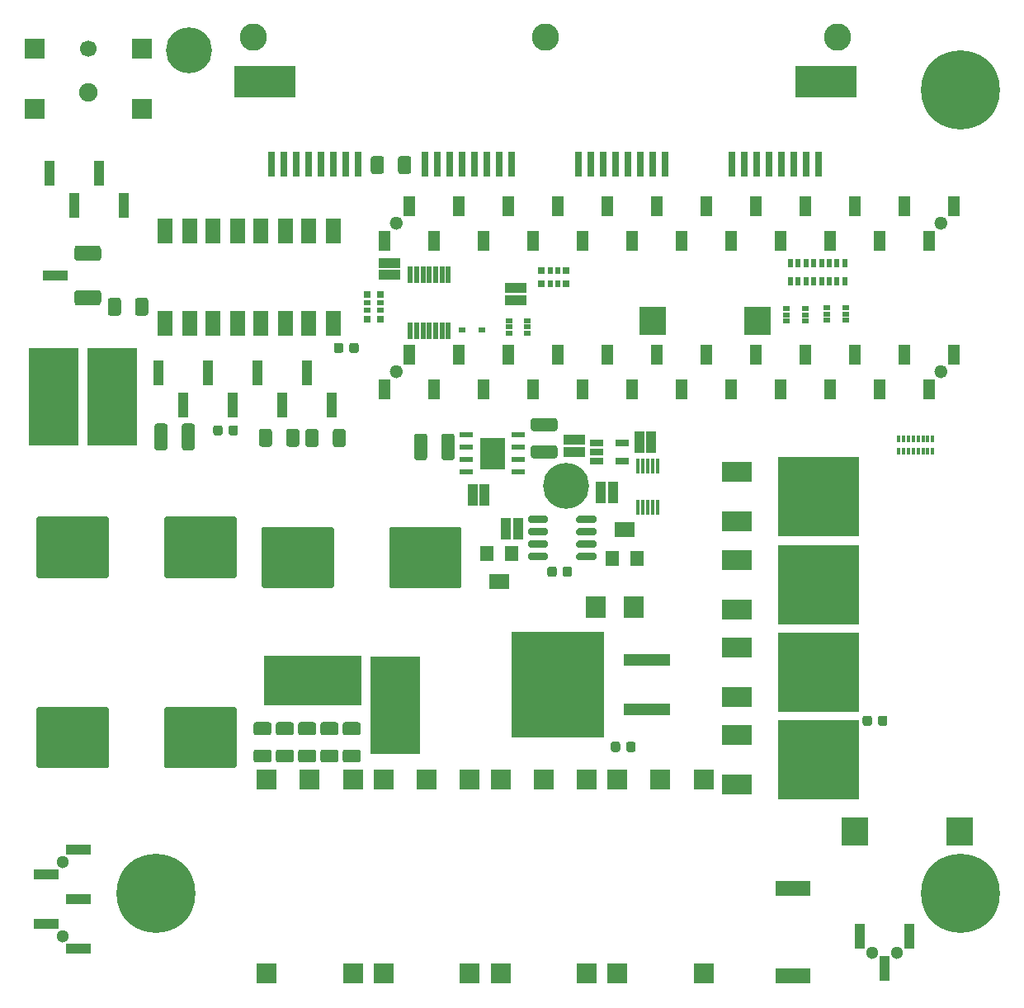
<source format=gts>
G04 #@! TF.GenerationSoftware,KiCad,Pcbnew,(5.1.6)-1*
G04 #@! TF.CreationDate,2020-11-04T19:04:27-08:00*
G04 #@! TF.ProjectId,Four Channel MHz LED Driver,466f7572-2043-4686-916e-6e656c204d48,rev?*
G04 #@! TF.SameCoordinates,Original*
G04 #@! TF.FileFunction,Soldermask,Top*
G04 #@! TF.FilePolarity,Negative*
%FSLAX46Y46*%
G04 Gerber Fmt 4.6, Leading zero omitted, Abs format (unit mm)*
G04 Created by KiCad (PCBNEW (5.1.6)-1) date 2020-11-04 19:04:27*
%MOMM*%
%LPD*%
G01*
G04 APERTURE LIST*
%ADD10C,0.010000*%
%ADD11C,0.100000*%
%ADD12R,0.800000X0.740000*%
%ADD13R,0.800000X0.600000*%
%ADD14R,0.740000X0.800000*%
%ADD15R,0.600000X0.800000*%
%ADD16R,2.100000X2.100000*%
%ADD17C,1.900000*%
%ADD18C,1.700000*%
%ADD19C,4.720000*%
%ADD20R,0.550000X0.900000*%
%ADD21C,8.100000*%
%ADD22R,1.100000X2.610000*%
%ADD23C,1.290000*%
%ADD24R,1.600000X2.600000*%
%ADD25R,0.380000X1.570000*%
%ADD26R,1.000000X2.270000*%
%ADD27R,2.610000X1.100000*%
%ADD28R,3.100000X2.100000*%
%ADD29R,8.300000X8.100000*%
%ADD30R,0.510000X1.670000*%
%ADD31R,2.270000X1.000000*%
%ADD32R,2.055800X2.259000*%
%ADD33R,0.700000X0.550000*%
%ADD34R,2.700000X2.900000*%
%ADD35R,0.354000X0.785800*%
%ADD36R,1.370000X1.649400*%
%ADD37R,2.106600X1.649400*%
%ADD38C,1.300000*%
%ADD39R,1.471600X0.582600*%
%ADD40R,2.513000X3.300400*%
%ADD41R,1.320000X0.750000*%
%ADD42R,9.500000X10.900000*%
%ADD43R,4.700000X1.200000*%
%ADD44C,2.790000*%
%ADD45R,6.320000X3.280000*%
%ADD46R,0.660000X2.640000*%
%ADD47R,0.750000X0.500000*%
%ADD48R,3.600000X1.600000*%
%ADD49R,5.100000X10.100000*%
%ADD50R,10.100000X5.100000*%
G04 APERTURE END LIST*
D10*
G36*
X73749000Y-61183000D02*
G01*
X74871000Y-61183000D01*
X74871000Y-63190000D01*
X73749000Y-63190000D01*
X73749000Y-61183000D01*
G37*
X73749000Y-61183000D02*
X74871000Y-61183000D01*
X74871000Y-63190000D01*
X73749000Y-63190000D01*
X73749000Y-61183000D01*
G36*
X76289000Y-57627000D02*
G01*
X77411000Y-57627000D01*
X77411000Y-59634000D01*
X76289000Y-59634000D01*
X76289000Y-57627000D01*
G37*
X76289000Y-57627000D02*
X77411000Y-57627000D01*
X77411000Y-59634000D01*
X76289000Y-59634000D01*
X76289000Y-57627000D01*
G36*
X78829000Y-61183000D02*
G01*
X79951000Y-61183000D01*
X79951000Y-63190000D01*
X78829000Y-63190000D01*
X78829000Y-61183000D01*
G37*
X78829000Y-61183000D02*
X79951000Y-61183000D01*
X79951000Y-63190000D01*
X78829000Y-63190000D01*
X78829000Y-61183000D01*
G36*
X81369000Y-57627000D02*
G01*
X82491000Y-57627000D01*
X82491000Y-59634000D01*
X81369000Y-59634000D01*
X81369000Y-57627000D01*
G37*
X81369000Y-57627000D02*
X82491000Y-57627000D01*
X82491000Y-59634000D01*
X81369000Y-59634000D01*
X81369000Y-57627000D01*
G36*
X83909000Y-61183000D02*
G01*
X85031000Y-61183000D01*
X85031000Y-63190000D01*
X83909000Y-63190000D01*
X83909000Y-61183000D01*
G37*
X83909000Y-61183000D02*
X85031000Y-61183000D01*
X85031000Y-63190000D01*
X83909000Y-63190000D01*
X83909000Y-61183000D01*
G36*
X86449000Y-57627000D02*
G01*
X87571000Y-57627000D01*
X87571000Y-59634000D01*
X86449000Y-59634000D01*
X86449000Y-57627000D01*
G37*
X86449000Y-57627000D02*
X87571000Y-57627000D01*
X87571000Y-59634000D01*
X86449000Y-59634000D01*
X86449000Y-57627000D01*
G36*
X88989000Y-61183000D02*
G01*
X90111000Y-61183000D01*
X90111000Y-63190000D01*
X88989000Y-63190000D01*
X88989000Y-61183000D01*
G37*
X88989000Y-61183000D02*
X90111000Y-61183000D01*
X90111000Y-63190000D01*
X88989000Y-63190000D01*
X88989000Y-61183000D01*
G36*
X91529000Y-57627000D02*
G01*
X92651000Y-57627000D01*
X92651000Y-59634000D01*
X91529000Y-59634000D01*
X91529000Y-57627000D01*
G37*
X91529000Y-57627000D02*
X92651000Y-57627000D01*
X92651000Y-59634000D01*
X91529000Y-59634000D01*
X91529000Y-57627000D01*
G36*
X94069000Y-61183000D02*
G01*
X95191000Y-61183000D01*
X95191000Y-63190000D01*
X94069000Y-63190000D01*
X94069000Y-61183000D01*
G37*
X94069000Y-61183000D02*
X95191000Y-61183000D01*
X95191000Y-63190000D01*
X94069000Y-63190000D01*
X94069000Y-61183000D01*
G36*
X96609000Y-57627000D02*
G01*
X97731000Y-57627000D01*
X97731000Y-59634000D01*
X96609000Y-59634000D01*
X96609000Y-57627000D01*
G37*
X96609000Y-57627000D02*
X97731000Y-57627000D01*
X97731000Y-59634000D01*
X96609000Y-59634000D01*
X96609000Y-57627000D01*
G36*
X99149000Y-61183000D02*
G01*
X100271000Y-61183000D01*
X100271000Y-63190000D01*
X99149000Y-63190000D01*
X99149000Y-61183000D01*
G37*
X99149000Y-61183000D02*
X100271000Y-61183000D01*
X100271000Y-63190000D01*
X99149000Y-63190000D01*
X99149000Y-61183000D01*
G36*
X101689000Y-57627000D02*
G01*
X102811000Y-57627000D01*
X102811000Y-59634000D01*
X101689000Y-59634000D01*
X101689000Y-57627000D01*
G37*
X101689000Y-57627000D02*
X102811000Y-57627000D01*
X102811000Y-59634000D01*
X101689000Y-59634000D01*
X101689000Y-57627000D01*
G36*
X104229000Y-61183000D02*
G01*
X105351000Y-61183000D01*
X105351000Y-63190000D01*
X104229000Y-63190000D01*
X104229000Y-61183000D01*
G37*
X104229000Y-61183000D02*
X105351000Y-61183000D01*
X105351000Y-63190000D01*
X104229000Y-63190000D01*
X104229000Y-61183000D01*
G36*
X106769000Y-57627000D02*
G01*
X107891000Y-57627000D01*
X107891000Y-59634000D01*
X106769000Y-59634000D01*
X106769000Y-57627000D01*
G37*
X106769000Y-57627000D02*
X107891000Y-57627000D01*
X107891000Y-59634000D01*
X106769000Y-59634000D01*
X106769000Y-57627000D01*
G36*
X109309000Y-61183000D02*
G01*
X110431000Y-61183000D01*
X110431000Y-63190000D01*
X109309000Y-63190000D01*
X109309000Y-61183000D01*
G37*
X109309000Y-61183000D02*
X110431000Y-61183000D01*
X110431000Y-63190000D01*
X109309000Y-63190000D01*
X109309000Y-61183000D01*
G36*
X111849000Y-57627000D02*
G01*
X112971000Y-57627000D01*
X112971000Y-59634000D01*
X111849000Y-59634000D01*
X111849000Y-57627000D01*
G37*
X111849000Y-57627000D02*
X112971000Y-57627000D01*
X112971000Y-59634000D01*
X111849000Y-59634000D01*
X111849000Y-57627000D01*
G36*
X114389000Y-61183000D02*
G01*
X115511000Y-61183000D01*
X115511000Y-63190000D01*
X114389000Y-63190000D01*
X114389000Y-61183000D01*
G37*
X114389000Y-61183000D02*
X115511000Y-61183000D01*
X115511000Y-63190000D01*
X114389000Y-63190000D01*
X114389000Y-61183000D01*
G36*
X116929000Y-57627000D02*
G01*
X118051000Y-57627000D01*
X118051000Y-59634000D01*
X116929000Y-59634000D01*
X116929000Y-57627000D01*
G37*
X116929000Y-57627000D02*
X118051000Y-57627000D01*
X118051000Y-59634000D01*
X116929000Y-59634000D01*
X116929000Y-57627000D01*
G36*
X119469000Y-61183000D02*
G01*
X120591000Y-61183000D01*
X120591000Y-63190000D01*
X119469000Y-63190000D01*
X119469000Y-61183000D01*
G37*
X119469000Y-61183000D02*
X120591000Y-61183000D01*
X120591000Y-63190000D01*
X119469000Y-63190000D01*
X119469000Y-61183000D01*
G36*
X122009000Y-57627000D02*
G01*
X123131000Y-57627000D01*
X123131000Y-59634000D01*
X122009000Y-59634000D01*
X122009000Y-57627000D01*
G37*
X122009000Y-57627000D02*
X123131000Y-57627000D01*
X123131000Y-59634000D01*
X122009000Y-59634000D01*
X122009000Y-57627000D01*
G36*
X124549000Y-61183000D02*
G01*
X125671000Y-61183000D01*
X125671000Y-63190000D01*
X124549000Y-63190000D01*
X124549000Y-61183000D01*
G37*
X124549000Y-61183000D02*
X125671000Y-61183000D01*
X125671000Y-63190000D01*
X124549000Y-63190000D01*
X124549000Y-61183000D01*
G36*
X127089000Y-57627000D02*
G01*
X128211000Y-57627000D01*
X128211000Y-59634000D01*
X127089000Y-59634000D01*
X127089000Y-57627000D01*
G37*
X127089000Y-57627000D02*
X128211000Y-57627000D01*
X128211000Y-59634000D01*
X127089000Y-59634000D01*
X127089000Y-57627000D01*
G36*
X129629000Y-61183000D02*
G01*
X130751000Y-61183000D01*
X130751000Y-63190000D01*
X129629000Y-63190000D01*
X129629000Y-61183000D01*
G37*
X129629000Y-61183000D02*
X130751000Y-61183000D01*
X130751000Y-63190000D01*
X129629000Y-63190000D01*
X129629000Y-61183000D01*
G36*
X132169000Y-57627000D02*
G01*
X133291000Y-57627000D01*
X133291000Y-59634000D01*
X132169000Y-59634000D01*
X132169000Y-57627000D01*
G37*
X132169000Y-57627000D02*
X133291000Y-57627000D01*
X133291000Y-59634000D01*
X132169000Y-59634000D01*
X132169000Y-57627000D01*
D11*
X132106000Y-60408000D02*
G75*
G03*
X132106000Y-60408000I-646000J0D01*
G01*
X76226000Y-60408000D02*
G75*
G03*
X76226000Y-60408000I-646000J0D01*
G01*
D10*
G36*
X86449000Y-42387000D02*
G01*
X87571000Y-42387000D01*
X87571000Y-44394000D01*
X86449000Y-44394000D01*
X86449000Y-42387000D01*
G37*
X86449000Y-42387000D02*
X87571000Y-42387000D01*
X87571000Y-44394000D01*
X86449000Y-44394000D01*
X86449000Y-42387000D01*
G36*
X83909000Y-45943000D02*
G01*
X85031000Y-45943000D01*
X85031000Y-47950000D01*
X83909000Y-47950000D01*
X83909000Y-45943000D01*
G37*
X83909000Y-45943000D02*
X85031000Y-45943000D01*
X85031000Y-47950000D01*
X83909000Y-47950000D01*
X83909000Y-45943000D01*
G36*
X76289000Y-42387000D02*
G01*
X77411000Y-42387000D01*
X77411000Y-44394000D01*
X76289000Y-44394000D01*
X76289000Y-42387000D01*
G37*
X76289000Y-42387000D02*
X77411000Y-42387000D01*
X77411000Y-44394000D01*
X76289000Y-44394000D01*
X76289000Y-42387000D01*
G36*
X88989000Y-45943000D02*
G01*
X90111000Y-45943000D01*
X90111000Y-47950000D01*
X88989000Y-47950000D01*
X88989000Y-45943000D01*
G37*
X88989000Y-45943000D02*
X90111000Y-45943000D01*
X90111000Y-47950000D01*
X88989000Y-47950000D01*
X88989000Y-45943000D01*
G36*
X73749000Y-45943000D02*
G01*
X74871000Y-45943000D01*
X74871000Y-47950000D01*
X73749000Y-47950000D01*
X73749000Y-45943000D01*
G37*
X73749000Y-45943000D02*
X74871000Y-45943000D01*
X74871000Y-47950000D01*
X73749000Y-47950000D01*
X73749000Y-45943000D01*
G36*
X78829000Y-45943000D02*
G01*
X79951000Y-45943000D01*
X79951000Y-47950000D01*
X78829000Y-47950000D01*
X78829000Y-45943000D01*
G37*
X78829000Y-45943000D02*
X79951000Y-45943000D01*
X79951000Y-47950000D01*
X78829000Y-47950000D01*
X78829000Y-45943000D01*
G36*
X81369000Y-42387000D02*
G01*
X82491000Y-42387000D01*
X82491000Y-44394000D01*
X81369000Y-44394000D01*
X81369000Y-42387000D01*
G37*
X81369000Y-42387000D02*
X82491000Y-42387000D01*
X82491000Y-44394000D01*
X81369000Y-44394000D01*
X81369000Y-42387000D01*
G36*
X101689000Y-42387000D02*
G01*
X102811000Y-42387000D01*
X102811000Y-44394000D01*
X101689000Y-44394000D01*
X101689000Y-42387000D01*
G37*
X101689000Y-42387000D02*
X102811000Y-42387000D01*
X102811000Y-44394000D01*
X101689000Y-44394000D01*
X101689000Y-42387000D01*
G36*
X96609000Y-42387000D02*
G01*
X97731000Y-42387000D01*
X97731000Y-44394000D01*
X96609000Y-44394000D01*
X96609000Y-42387000D01*
G37*
X96609000Y-42387000D02*
X97731000Y-42387000D01*
X97731000Y-44394000D01*
X96609000Y-44394000D01*
X96609000Y-42387000D01*
G36*
X122009000Y-42387000D02*
G01*
X123131000Y-42387000D01*
X123131000Y-44394000D01*
X122009000Y-44394000D01*
X122009000Y-42387000D01*
G37*
X122009000Y-42387000D02*
X123131000Y-42387000D01*
X123131000Y-44394000D01*
X122009000Y-44394000D01*
X122009000Y-42387000D01*
G36*
X116929000Y-42387000D02*
G01*
X118051000Y-42387000D01*
X118051000Y-44394000D01*
X116929000Y-44394000D01*
X116929000Y-42387000D01*
G37*
X116929000Y-42387000D02*
X118051000Y-42387000D01*
X118051000Y-44394000D01*
X116929000Y-44394000D01*
X116929000Y-42387000D01*
G36*
X106769000Y-42387000D02*
G01*
X107891000Y-42387000D01*
X107891000Y-44394000D01*
X106769000Y-44394000D01*
X106769000Y-42387000D01*
G37*
X106769000Y-42387000D02*
X107891000Y-42387000D01*
X107891000Y-44394000D01*
X106769000Y-44394000D01*
X106769000Y-42387000D01*
G36*
X132169000Y-42387000D02*
G01*
X133291000Y-42387000D01*
X133291000Y-44394000D01*
X132169000Y-44394000D01*
X132169000Y-42387000D01*
G37*
X132169000Y-42387000D02*
X133291000Y-42387000D01*
X133291000Y-44394000D01*
X132169000Y-44394000D01*
X132169000Y-42387000D01*
G36*
X111849000Y-42387000D02*
G01*
X112971000Y-42387000D01*
X112971000Y-44394000D01*
X111849000Y-44394000D01*
X111849000Y-42387000D01*
G37*
X111849000Y-42387000D02*
X112971000Y-42387000D01*
X112971000Y-44394000D01*
X111849000Y-44394000D01*
X111849000Y-42387000D01*
G36*
X91529000Y-42387000D02*
G01*
X92651000Y-42387000D01*
X92651000Y-44394000D01*
X91529000Y-44394000D01*
X91529000Y-42387000D01*
G37*
X91529000Y-42387000D02*
X92651000Y-42387000D01*
X92651000Y-44394000D01*
X91529000Y-44394000D01*
X91529000Y-42387000D01*
D11*
X132106000Y-45168000D02*
G75*
G03*
X132106000Y-45168000I-646000J0D01*
G01*
D10*
G36*
X99149000Y-45943000D02*
G01*
X100271000Y-45943000D01*
X100271000Y-47950000D01*
X99149000Y-47950000D01*
X99149000Y-45943000D01*
G37*
X99149000Y-45943000D02*
X100271000Y-45943000D01*
X100271000Y-47950000D01*
X99149000Y-47950000D01*
X99149000Y-45943000D01*
G36*
X94069000Y-45943000D02*
G01*
X95191000Y-45943000D01*
X95191000Y-47950000D01*
X94069000Y-47950000D01*
X94069000Y-45943000D01*
G37*
X94069000Y-45943000D02*
X95191000Y-45943000D01*
X95191000Y-47950000D01*
X94069000Y-47950000D01*
X94069000Y-45943000D01*
G36*
X124549000Y-45943000D02*
G01*
X125671000Y-45943000D01*
X125671000Y-47950000D01*
X124549000Y-47950000D01*
X124549000Y-45943000D01*
G37*
X124549000Y-45943000D02*
X125671000Y-45943000D01*
X125671000Y-47950000D01*
X124549000Y-47950000D01*
X124549000Y-45943000D01*
G36*
X109309000Y-45943000D02*
G01*
X110431000Y-45943000D01*
X110431000Y-47950000D01*
X109309000Y-47950000D01*
X109309000Y-45943000D01*
G37*
X109309000Y-45943000D02*
X110431000Y-45943000D01*
X110431000Y-47950000D01*
X109309000Y-47950000D01*
X109309000Y-45943000D01*
G36*
X119469000Y-45943000D02*
G01*
X120591000Y-45943000D01*
X120591000Y-47950000D01*
X119469000Y-47950000D01*
X119469000Y-45943000D01*
G37*
X119469000Y-45943000D02*
X120591000Y-45943000D01*
X120591000Y-47950000D01*
X119469000Y-47950000D01*
X119469000Y-45943000D01*
G36*
X114389000Y-45943000D02*
G01*
X115511000Y-45943000D01*
X115511000Y-47950000D01*
X114389000Y-47950000D01*
X114389000Y-45943000D01*
G37*
X114389000Y-45943000D02*
X115511000Y-45943000D01*
X115511000Y-47950000D01*
X114389000Y-47950000D01*
X114389000Y-45943000D01*
G36*
X127089000Y-42387000D02*
G01*
X128211000Y-42387000D01*
X128211000Y-44394000D01*
X127089000Y-44394000D01*
X127089000Y-42387000D01*
G37*
X127089000Y-42387000D02*
X128211000Y-42387000D01*
X128211000Y-44394000D01*
X127089000Y-44394000D01*
X127089000Y-42387000D01*
G36*
X129629000Y-45943000D02*
G01*
X130751000Y-45943000D01*
X130751000Y-47950000D01*
X129629000Y-47950000D01*
X129629000Y-45943000D01*
G37*
X129629000Y-45943000D02*
X130751000Y-45943000D01*
X130751000Y-47950000D01*
X129629000Y-47950000D01*
X129629000Y-45943000D01*
G36*
X104229000Y-45943000D02*
G01*
X105351000Y-45943000D01*
X105351000Y-47950000D01*
X104229000Y-47950000D01*
X104229000Y-45943000D01*
G37*
X104229000Y-45943000D02*
X105351000Y-45943000D01*
X105351000Y-47950000D01*
X104229000Y-47950000D01*
X104229000Y-45943000D01*
D11*
X76226000Y-45168000D02*
G75*
G03*
X76226000Y-45168000I-646000J0D01*
G01*
D12*
X73970000Y-54990000D03*
D13*
X73970000Y-53320000D03*
X73970000Y-54120000D03*
D12*
X73970000Y-52450000D03*
D13*
X72570000Y-54120000D03*
D12*
X72570000Y-54990000D03*
D13*
X72570000Y-53320000D03*
D12*
X72570000Y-52450000D03*
D14*
X93040000Y-50020000D03*
D15*
X91370000Y-50020000D03*
X92170000Y-50020000D03*
D14*
X90500000Y-50020000D03*
D15*
X92170000Y-51420000D03*
D14*
X93040000Y-51420000D03*
D15*
X91370000Y-51420000D03*
D14*
X90500000Y-51420000D03*
D16*
X38470000Y-27280000D03*
X38470000Y-33480000D03*
X49470000Y-33480000D03*
X49470000Y-27280000D03*
D17*
X43970000Y-31780000D03*
D18*
X43970000Y-27280000D03*
D19*
X54300000Y-27410000D03*
X93030000Y-72150000D03*
D20*
X116010000Y-49285000D03*
X116010000Y-51095000D03*
X116810000Y-49285000D03*
X116810000Y-51095000D03*
X117610000Y-49285000D03*
X117610000Y-51095000D03*
X118410000Y-49285000D03*
X118410000Y-51095000D03*
X119210000Y-49285000D03*
X119210000Y-51095000D03*
X120010000Y-49285000D03*
X120010000Y-51095000D03*
X120810000Y-49285000D03*
X120810000Y-51095000D03*
X121610000Y-49285000D03*
X121610000Y-51095000D03*
G36*
G01*
X74870000Y-82453600D02*
X74870000Y-76506400D01*
G75*
G02*
X75046400Y-76330000I176400J0D01*
G01*
X82093600Y-76330000D01*
G75*
G02*
X82270000Y-76506400I0J-176400D01*
G01*
X82270000Y-82453600D01*
G75*
G02*
X82093600Y-82630000I-176400J0D01*
G01*
X75046400Y-82630000D01*
G75*
G02*
X74870000Y-82453600I0J176400D01*
G01*
G37*
G36*
G01*
X61770000Y-82453600D02*
X61770000Y-76506400D01*
G75*
G02*
X61946400Y-76330000I176400J0D01*
G01*
X68993600Y-76330000D01*
G75*
G02*
X69170000Y-76506400I0J-176400D01*
G01*
X69170000Y-82453600D01*
G75*
G02*
X68993600Y-82630000I-176400J0D01*
G01*
X61946400Y-82630000D01*
G75*
G02*
X61770000Y-82453600I0J176400D01*
G01*
G37*
G36*
G01*
X46080000Y-94986400D02*
X46080000Y-100933600D01*
G75*
G02*
X45903600Y-101110000I-176400J0D01*
G01*
X38856400Y-101110000D01*
G75*
G02*
X38680000Y-100933600I0J176400D01*
G01*
X38680000Y-94986400D01*
G75*
G02*
X38856400Y-94810000I176400J0D01*
G01*
X45903600Y-94810000D01*
G75*
G02*
X46080000Y-94986400I0J-176400D01*
G01*
G37*
G36*
G01*
X59180000Y-94986400D02*
X59180000Y-100933600D01*
G75*
G02*
X59003600Y-101110000I-176400J0D01*
G01*
X51956400Y-101110000D01*
G75*
G02*
X51780000Y-100933600I0J176400D01*
G01*
X51780000Y-94986400D01*
G75*
G02*
X51956400Y-94810000I176400J0D01*
G01*
X59003600Y-94810000D01*
G75*
G02*
X59180000Y-94986400I0J-176400D01*
G01*
G37*
G36*
G01*
X46080000Y-75476400D02*
X46080000Y-81423600D01*
G75*
G02*
X45903600Y-81600000I-176400J0D01*
G01*
X38856400Y-81600000D01*
G75*
G02*
X38680000Y-81423600I0J176400D01*
G01*
X38680000Y-75476400D01*
G75*
G02*
X38856400Y-75300000I176400J0D01*
G01*
X45903600Y-75300000D01*
G75*
G02*
X46080000Y-75476400I0J-176400D01*
G01*
G37*
G36*
G01*
X59180000Y-75476400D02*
X59180000Y-81423600D01*
G75*
G02*
X59003600Y-81600000I-176400J0D01*
G01*
X51956400Y-81600000D01*
G75*
G02*
X51780000Y-81423600I0J176400D01*
G01*
X51780000Y-75476400D01*
G75*
G02*
X51956400Y-75300000I176400J0D01*
G01*
X59003600Y-75300000D01*
G75*
G02*
X59180000Y-75476400I0J-176400D01*
G01*
G37*
D21*
X133450000Y-31470000D03*
X133450000Y-113970000D03*
X50950000Y-113970000D03*
D22*
X66410000Y-60520000D03*
X61330000Y-60520000D03*
X56250000Y-60520000D03*
X51170000Y-60520000D03*
X68950000Y-63830000D03*
X63870000Y-63830000D03*
X58790000Y-63830000D03*
X53710000Y-63830000D03*
G36*
G01*
X91155000Y-79205000D02*
X91155000Y-79555000D01*
G75*
G02*
X90980000Y-79730000I-175000J0D01*
G01*
X89280000Y-79730000D01*
G75*
G02*
X89105000Y-79555000I0J175000D01*
G01*
X89105000Y-79205000D01*
G75*
G02*
X89280000Y-79030000I175000J0D01*
G01*
X90980000Y-79030000D01*
G75*
G02*
X91155000Y-79205000I0J-175000D01*
G01*
G37*
G36*
G01*
X91155000Y-77935000D02*
X91155000Y-78285000D01*
G75*
G02*
X90980000Y-78460000I-175000J0D01*
G01*
X89280000Y-78460000D01*
G75*
G02*
X89105000Y-78285000I0J175000D01*
G01*
X89105000Y-77935000D01*
G75*
G02*
X89280000Y-77760000I175000J0D01*
G01*
X90980000Y-77760000D01*
G75*
G02*
X91155000Y-77935000I0J-175000D01*
G01*
G37*
G36*
G01*
X91155000Y-76665000D02*
X91155000Y-77015000D01*
G75*
G02*
X90980000Y-77190000I-175000J0D01*
G01*
X89280000Y-77190000D01*
G75*
G02*
X89105000Y-77015000I0J175000D01*
G01*
X89105000Y-76665000D01*
G75*
G02*
X89280000Y-76490000I175000J0D01*
G01*
X90980000Y-76490000D01*
G75*
G02*
X91155000Y-76665000I0J-175000D01*
G01*
G37*
G36*
G01*
X91155000Y-75395000D02*
X91155000Y-75745000D01*
G75*
G02*
X90980000Y-75920000I-175000J0D01*
G01*
X89280000Y-75920000D01*
G75*
G02*
X89105000Y-75745000I0J175000D01*
G01*
X89105000Y-75395000D01*
G75*
G02*
X89280000Y-75220000I175000J0D01*
G01*
X90980000Y-75220000D01*
G75*
G02*
X91155000Y-75395000I0J-175000D01*
G01*
G37*
G36*
G01*
X96105000Y-75395000D02*
X96105000Y-75745000D01*
G75*
G02*
X95930000Y-75920000I-175000J0D01*
G01*
X94230000Y-75920000D01*
G75*
G02*
X94055000Y-75745000I0J175000D01*
G01*
X94055000Y-75395000D01*
G75*
G02*
X94230000Y-75220000I175000J0D01*
G01*
X95930000Y-75220000D01*
G75*
G02*
X96105000Y-75395000I0J-175000D01*
G01*
G37*
G36*
G01*
X96105000Y-76665000D02*
X96105000Y-77015000D01*
G75*
G02*
X95930000Y-77190000I-175000J0D01*
G01*
X94230000Y-77190000D01*
G75*
G02*
X94055000Y-77015000I0J175000D01*
G01*
X94055000Y-76665000D01*
G75*
G02*
X94230000Y-76490000I175000J0D01*
G01*
X95930000Y-76490000D01*
G75*
G02*
X96105000Y-76665000I0J-175000D01*
G01*
G37*
G36*
G01*
X96105000Y-77935000D02*
X96105000Y-78285000D01*
G75*
G02*
X95930000Y-78460000I-175000J0D01*
G01*
X94230000Y-78460000D01*
G75*
G02*
X94055000Y-78285000I0J175000D01*
G01*
X94055000Y-77935000D01*
G75*
G02*
X94230000Y-77760000I175000J0D01*
G01*
X95930000Y-77760000D01*
G75*
G02*
X96105000Y-77935000I0J-175000D01*
G01*
G37*
G36*
G01*
X96105000Y-79205000D02*
X96105000Y-79555000D01*
G75*
G02*
X95930000Y-79730000I-175000J0D01*
G01*
X94230000Y-79730000D01*
G75*
G02*
X94055000Y-79555000I0J175000D01*
G01*
X94055000Y-79205000D01*
G75*
G02*
X94230000Y-79030000I175000J0D01*
G01*
X95930000Y-79030000D01*
G75*
G02*
X96105000Y-79205000I0J-175000D01*
G01*
G37*
D23*
X75580000Y-60408000D03*
X131460000Y-60408000D03*
X75580000Y-45168000D03*
X131460000Y-45168000D03*
D24*
X66560000Y-45930000D03*
X69100000Y-45930000D03*
X69100000Y-55430000D03*
X66560000Y-55430000D03*
X61670000Y-45930000D03*
X64210000Y-45930000D03*
X64210000Y-55430000D03*
X61670000Y-55430000D03*
X56780000Y-45930000D03*
X59320000Y-45930000D03*
X59320000Y-55430000D03*
X56780000Y-55430000D03*
X51890000Y-45930000D03*
X54430000Y-45930000D03*
X54430000Y-55430000D03*
X51890000Y-55430000D03*
D25*
X102360000Y-70070000D03*
X101860000Y-70070000D03*
X101360000Y-70070000D03*
X100860000Y-70070000D03*
X100360000Y-70070000D03*
X100360000Y-74370000D03*
X100860000Y-74370000D03*
X101360000Y-74370000D03*
X101860000Y-74370000D03*
X102360000Y-74370000D03*
D26*
X101740000Y-67640000D03*
X100520000Y-67640000D03*
D27*
X43920000Y-53080000D03*
X43920000Y-48000000D03*
X40610000Y-50540000D03*
D28*
X110510000Y-102810000D03*
X110510000Y-97730000D03*
D29*
X118910000Y-100270000D03*
D28*
X110510000Y-93810000D03*
X110510000Y-88730000D03*
D29*
X118910000Y-91270000D03*
D28*
X110510000Y-84800000D03*
X110510000Y-79720000D03*
D29*
X118910000Y-82260000D03*
D28*
X110520000Y-75810000D03*
X110520000Y-70730000D03*
D29*
X118920000Y-73270000D03*
D30*
X77030000Y-56200000D03*
X77680000Y-56200000D03*
X78330000Y-56200000D03*
X78980000Y-56200000D03*
X79630000Y-56200000D03*
X80280000Y-56200000D03*
X80930000Y-56200000D03*
X80930000Y-50460000D03*
X80280000Y-50460000D03*
X79630000Y-50460000D03*
X78980000Y-50460000D03*
X78330000Y-50460000D03*
X77680000Y-50460000D03*
X77030000Y-50460000D03*
G36*
G01*
X62505000Y-97735000D02*
X61195000Y-97735000D01*
G75*
G02*
X60925000Y-97465000I0J270000D01*
G01*
X60925000Y-96655000D01*
G75*
G02*
X61195000Y-96385000I270000J0D01*
G01*
X62505000Y-96385000D01*
G75*
G02*
X62775000Y-96655000I0J-270000D01*
G01*
X62775000Y-97465000D01*
G75*
G02*
X62505000Y-97735000I-270000J0D01*
G01*
G37*
G36*
G01*
X62505000Y-100535000D02*
X61195000Y-100535000D01*
G75*
G02*
X60925000Y-100265000I0J270000D01*
G01*
X60925000Y-99455000D01*
G75*
G02*
X61195000Y-99185000I270000J0D01*
G01*
X62505000Y-99185000D01*
G75*
G02*
X62775000Y-99455000I0J-270000D01*
G01*
X62775000Y-100265000D01*
G75*
G02*
X62505000Y-100535000I-270000J0D01*
G01*
G37*
G36*
G01*
X47325000Y-53095000D02*
X47325000Y-54405000D01*
G75*
G02*
X47055000Y-54675000I-270000J0D01*
G01*
X46245000Y-54675000D01*
G75*
G02*
X45975000Y-54405000I0J270000D01*
G01*
X45975000Y-53095000D01*
G75*
G02*
X46245000Y-52825000I270000J0D01*
G01*
X47055000Y-52825000D01*
G75*
G02*
X47325000Y-53095000I0J-270000D01*
G01*
G37*
G36*
G01*
X50125000Y-53095000D02*
X50125000Y-54405000D01*
G75*
G02*
X49855000Y-54675000I-270000J0D01*
G01*
X49045000Y-54675000D01*
G75*
G02*
X48775000Y-54405000I0J270000D01*
G01*
X48775000Y-53095000D01*
G75*
G02*
X49045000Y-52825000I270000J0D01*
G01*
X49855000Y-52825000D01*
G75*
G02*
X50125000Y-53095000I0J-270000D01*
G01*
G37*
G36*
G01*
X62825000Y-66535000D02*
X62825000Y-67845000D01*
G75*
G02*
X62555000Y-68115000I-270000J0D01*
G01*
X61745000Y-68115000D01*
G75*
G02*
X61475000Y-67845000I0J270000D01*
G01*
X61475000Y-66535000D01*
G75*
G02*
X61745000Y-66265000I270000J0D01*
G01*
X62555000Y-66265000D01*
G75*
G02*
X62825000Y-66535000I0J-270000D01*
G01*
G37*
G36*
G01*
X65625000Y-66535000D02*
X65625000Y-67845000D01*
G75*
G02*
X65355000Y-68115000I-270000J0D01*
G01*
X64545000Y-68115000D01*
G75*
G02*
X64275000Y-67845000I0J270000D01*
G01*
X64275000Y-66535000D01*
G75*
G02*
X64545000Y-66265000I270000J0D01*
G01*
X65355000Y-66265000D01*
G75*
G02*
X65625000Y-66535000I0J-270000D01*
G01*
G37*
D31*
X93810000Y-68630000D03*
X93810000Y-67410000D03*
D26*
X83400000Y-73080000D03*
X84620000Y-73080000D03*
D31*
X87800000Y-53060000D03*
X87800000Y-51840000D03*
G36*
G01*
X70152500Y-57688750D02*
X70152500Y-58251250D01*
G75*
G02*
X69908750Y-58495000I-243750J0D01*
G01*
X69421250Y-58495000D01*
G75*
G02*
X69177500Y-58251250I0J243750D01*
G01*
X69177500Y-57688750D01*
G75*
G02*
X69421250Y-57445000I243750J0D01*
G01*
X69908750Y-57445000D01*
G75*
G02*
X70152500Y-57688750I0J-243750D01*
G01*
G37*
G36*
G01*
X71727500Y-57688750D02*
X71727500Y-58251250D01*
G75*
G02*
X71483750Y-58495000I-243750J0D01*
G01*
X70996250Y-58495000D01*
G75*
G02*
X70752500Y-58251250I0J243750D01*
G01*
X70752500Y-57688750D01*
G75*
G02*
X70996250Y-57445000I243750J0D01*
G01*
X71483750Y-57445000D01*
G75*
G02*
X71727500Y-57688750I0J-243750D01*
G01*
G37*
G36*
G01*
X57767500Y-66158750D02*
X57767500Y-66721250D01*
G75*
G02*
X57523750Y-66965000I-243750J0D01*
G01*
X57036250Y-66965000D01*
G75*
G02*
X56792500Y-66721250I0J243750D01*
G01*
X56792500Y-66158750D01*
G75*
G02*
X57036250Y-65915000I243750J0D01*
G01*
X57523750Y-65915000D01*
G75*
G02*
X57767500Y-66158750I0J-243750D01*
G01*
G37*
G36*
G01*
X59342500Y-66158750D02*
X59342500Y-66721250D01*
G75*
G02*
X59098750Y-66965000I-243750J0D01*
G01*
X58611250Y-66965000D01*
G75*
G02*
X58367500Y-66721250I0J243750D01*
G01*
X58367500Y-66158750D01*
G75*
G02*
X58611250Y-65915000I243750J0D01*
G01*
X59098750Y-65915000D01*
G75*
G02*
X59342500Y-66158750I0J-243750D01*
G01*
G37*
D32*
X99960000Y-84610000D03*
X96023000Y-84610000D03*
D33*
X82290000Y-56090000D03*
X84390000Y-56090000D03*
G36*
G01*
X75765000Y-39855000D02*
X75765000Y-38545000D01*
G75*
G02*
X76035000Y-38275000I270000J0D01*
G01*
X76845000Y-38275000D01*
G75*
G02*
X77115000Y-38545000I0J-270000D01*
G01*
X77115000Y-39855000D01*
G75*
G02*
X76845000Y-40125000I-270000J0D01*
G01*
X76035000Y-40125000D01*
G75*
G02*
X75765000Y-39855000I0J270000D01*
G01*
G37*
G36*
G01*
X72965000Y-39855000D02*
X72965000Y-38545000D01*
G75*
G02*
X73235000Y-38275000I270000J0D01*
G01*
X74045000Y-38275000D01*
G75*
G02*
X74315000Y-38545000I0J-270000D01*
G01*
X74315000Y-39855000D01*
G75*
G02*
X74045000Y-40125000I-270000J0D01*
G01*
X73235000Y-40125000D01*
G75*
G02*
X72965000Y-39855000I0J270000D01*
G01*
G37*
D34*
X122650000Y-107580000D03*
X133350000Y-107580000D03*
G36*
G01*
X45036482Y-49015000D02*
X42823518Y-49015000D01*
G75*
G02*
X42555000Y-48746482I0J268518D01*
G01*
X42555000Y-47833518D01*
G75*
G02*
X42823518Y-47565000I268518J0D01*
G01*
X45036482Y-47565000D01*
G75*
G02*
X45305000Y-47833518I0J-268518D01*
G01*
X45305000Y-48746482D01*
G75*
G02*
X45036482Y-49015000I-268518J0D01*
G01*
G37*
G36*
G01*
X45036482Y-53515000D02*
X42823518Y-53515000D01*
G75*
G02*
X42555000Y-53246482I0J268518D01*
G01*
X42555000Y-52333518D01*
G75*
G02*
X42823518Y-52065000I268518J0D01*
G01*
X45036482Y-52065000D01*
G75*
G02*
X45305000Y-52333518I0J-268518D01*
G01*
X45305000Y-53246482D01*
G75*
G02*
X45036482Y-53515000I-268518J0D01*
G01*
G37*
G36*
G01*
X89645000Y-67975000D02*
X91855000Y-67975000D01*
G75*
G02*
X92125000Y-68245000I0J-270000D01*
G01*
X92125000Y-69055000D01*
G75*
G02*
X91855000Y-69325000I-270000J0D01*
G01*
X89645000Y-69325000D01*
G75*
G02*
X89375000Y-69055000I0J270000D01*
G01*
X89375000Y-68245000D01*
G75*
G02*
X89645000Y-67975000I270000J0D01*
G01*
G37*
G36*
G01*
X89645000Y-65175000D02*
X91855000Y-65175000D01*
G75*
G02*
X92125000Y-65445000I0J-270000D01*
G01*
X92125000Y-66255000D01*
G75*
G02*
X91855000Y-66525000I-270000J0D01*
G01*
X89645000Y-66525000D01*
G75*
G02*
X89375000Y-66255000I0J270000D01*
G01*
X89375000Y-65445000D01*
G75*
G02*
X89645000Y-65175000I270000J0D01*
G01*
G37*
G36*
G01*
X80205000Y-69235000D02*
X80205000Y-67025000D01*
G75*
G02*
X80475000Y-66755000I270000J0D01*
G01*
X81285000Y-66755000D01*
G75*
G02*
X81555000Y-67025000I0J-270000D01*
G01*
X81555000Y-69235000D01*
G75*
G02*
X81285000Y-69505000I-270000J0D01*
G01*
X80475000Y-69505000D01*
G75*
G02*
X80205000Y-69235000I0J270000D01*
G01*
G37*
G36*
G01*
X77405000Y-69235000D02*
X77405000Y-67025000D01*
G75*
G02*
X77675000Y-66755000I270000J0D01*
G01*
X78485000Y-66755000D01*
G75*
G02*
X78755000Y-67025000I0J-270000D01*
G01*
X78755000Y-69235000D01*
G75*
G02*
X78485000Y-69505000I-270000J0D01*
G01*
X77675000Y-69505000D01*
G75*
G02*
X77405000Y-69235000I0J270000D01*
G01*
G37*
D35*
X130620003Y-67289600D03*
X130120001Y-67289600D03*
X129620002Y-67289600D03*
X129120001Y-67289600D03*
X128620001Y-67289600D03*
X128120003Y-67289600D03*
X127620001Y-67289600D03*
X127120002Y-67289600D03*
X127119999Y-68580000D03*
X127620001Y-68580000D03*
X128120000Y-68580000D03*
X128620001Y-68580000D03*
X129120001Y-68580000D03*
X129619999Y-68580000D03*
X130120001Y-68580000D03*
X130620000Y-68580000D03*
D36*
X87410000Y-79034400D03*
D37*
X86140000Y-81930000D03*
D36*
X84870000Y-79034400D03*
D38*
X126950000Y-120040000D03*
X124410000Y-120040000D03*
D22*
X128220000Y-118385000D03*
X123140000Y-118385000D03*
X125680000Y-121695000D03*
D38*
X41325000Y-118390000D03*
X41325000Y-110770000D03*
D27*
X42980000Y-119660000D03*
X42980000Y-114580000D03*
X42980000Y-109500000D03*
X39670000Y-117120000D03*
X39670000Y-112040000D03*
D16*
X86270000Y-122140000D03*
X95130000Y-122140000D03*
X90700000Y-102250000D03*
X86270000Y-102250000D03*
X95130000Y-102250000D03*
D39*
X88117000Y-70715000D03*
X88117000Y-69445000D03*
X88117000Y-68175000D03*
X88117000Y-66905000D03*
X82783000Y-66905000D03*
X82783000Y-68175000D03*
X82783000Y-69445000D03*
X82783000Y-70715000D03*
D40*
X85450000Y-68810000D03*
D41*
X98750000Y-67710000D03*
X98750000Y-69610000D03*
X96130000Y-69610000D03*
X96130000Y-68660000D03*
X96130000Y-67710000D03*
D42*
X92135000Y-92495000D03*
D43*
X101285000Y-89955000D03*
X101285000Y-95035000D03*
D44*
X60882500Y-26090000D03*
X120822500Y-26090000D03*
X90852500Y-26090000D03*
D45*
X119632500Y-30680000D03*
X62072500Y-30680000D03*
D46*
X118915000Y-39130000D03*
X117645000Y-39130000D03*
X116375000Y-39130000D03*
X115105000Y-39130000D03*
X113835000Y-39130000D03*
X112565000Y-39130000D03*
X111295000Y-39130000D03*
X110025000Y-39130000D03*
X103170000Y-39130000D03*
X101900000Y-39130000D03*
X100630000Y-39130000D03*
X99360000Y-39130000D03*
X98090000Y-39130000D03*
X96820000Y-39130000D03*
X95550000Y-39130000D03*
X94280000Y-39130000D03*
X87425000Y-39130000D03*
X86155000Y-39130000D03*
X84885000Y-39130000D03*
X83615000Y-39130000D03*
X82345000Y-39130000D03*
X81075000Y-39130000D03*
X79805000Y-39130000D03*
X78535000Y-39130000D03*
X71680000Y-39130000D03*
X70410000Y-39130000D03*
X69140000Y-39130000D03*
X67870000Y-39130000D03*
X66600000Y-39130000D03*
X65330000Y-39130000D03*
X64060000Y-39130000D03*
X62790000Y-39130000D03*
G36*
G01*
X124400000Y-95958750D02*
X124400000Y-96521250D01*
G75*
G02*
X124156250Y-96765000I-243750J0D01*
G01*
X123668750Y-96765000D01*
G75*
G02*
X123425000Y-96521250I0J243750D01*
G01*
X123425000Y-95958750D01*
G75*
G02*
X123668750Y-95715000I243750J0D01*
G01*
X124156250Y-95715000D01*
G75*
G02*
X124400000Y-95958750I0J-243750D01*
G01*
G37*
G36*
G01*
X125975000Y-95958750D02*
X125975000Y-96521250D01*
G75*
G02*
X125731250Y-96765000I-243750J0D01*
G01*
X125243750Y-96765000D01*
G75*
G02*
X125000000Y-96521250I0J243750D01*
G01*
X125000000Y-95958750D01*
G75*
G02*
X125243750Y-95715000I243750J0D01*
G01*
X125731250Y-95715000D01*
G75*
G02*
X125975000Y-95958750I0J-243750D01*
G01*
G37*
D16*
X98260000Y-122140000D03*
X107120000Y-122140000D03*
X102690000Y-102250000D03*
X98260000Y-102250000D03*
X107120000Y-102250000D03*
D34*
X112630000Y-55220000D03*
X101930000Y-55220000D03*
D47*
X115640000Y-55230000D03*
X115640000Y-53930000D03*
X117540000Y-54580000D03*
X115640000Y-54580000D03*
X117540000Y-53930000D03*
X117540000Y-55230000D03*
X89030000Y-55180000D03*
X89030000Y-56480000D03*
X87130000Y-55830000D03*
X89030000Y-55830000D03*
X87130000Y-56480000D03*
X87130000Y-55180000D03*
D48*
X116270000Y-113460000D03*
X116270000Y-122460000D03*
G36*
G01*
X71665000Y-97735000D02*
X70355000Y-97735000D01*
G75*
G02*
X70085000Y-97465000I0J270000D01*
G01*
X70085000Y-96655000D01*
G75*
G02*
X70355000Y-96385000I270000J0D01*
G01*
X71665000Y-96385000D01*
G75*
G02*
X71935000Y-96655000I0J-270000D01*
G01*
X71935000Y-97465000D01*
G75*
G02*
X71665000Y-97735000I-270000J0D01*
G01*
G37*
G36*
G01*
X71665000Y-100535000D02*
X70355000Y-100535000D01*
G75*
G02*
X70085000Y-100265000I0J270000D01*
G01*
X70085000Y-99455000D01*
G75*
G02*
X70355000Y-99185000I270000J0D01*
G01*
X71665000Y-99185000D01*
G75*
G02*
X71935000Y-99455000I0J-270000D01*
G01*
X71935000Y-100265000D01*
G75*
G02*
X71665000Y-100535000I-270000J0D01*
G01*
G37*
D49*
X75470000Y-94610000D03*
D50*
X66970000Y-92110000D03*
D22*
X45080000Y-40030000D03*
X40000000Y-40030000D03*
X47620000Y-43340000D03*
X42540000Y-43340000D03*
D49*
X46390000Y-62990000D03*
X40390000Y-62990000D03*
D16*
X74270000Y-122140000D03*
X83130000Y-122140000D03*
X78700000Y-102250000D03*
X74270000Y-102250000D03*
X83130000Y-102250000D03*
X62270000Y-122140000D03*
X71130000Y-122140000D03*
X66700000Y-102250000D03*
X62270000Y-102250000D03*
X71130000Y-102250000D03*
G36*
G01*
X98562500Y-98638750D02*
X98562500Y-99201250D01*
G75*
G02*
X98318750Y-99445000I-243750J0D01*
G01*
X97831250Y-99445000D01*
G75*
G02*
X97587500Y-99201250I0J243750D01*
G01*
X97587500Y-98638750D01*
G75*
G02*
X97831250Y-98395000I243750J0D01*
G01*
X98318750Y-98395000D01*
G75*
G02*
X98562500Y-98638750I0J-243750D01*
G01*
G37*
G36*
G01*
X100137500Y-98638750D02*
X100137500Y-99201250D01*
G75*
G02*
X99893750Y-99445000I-243750J0D01*
G01*
X99406250Y-99445000D01*
G75*
G02*
X99162500Y-99201250I0J243750D01*
G01*
X99162500Y-98638750D01*
G75*
G02*
X99406250Y-98395000I243750J0D01*
G01*
X99893750Y-98395000D01*
G75*
G02*
X100137500Y-98638750I0J-243750D01*
G01*
G37*
D36*
X97740000Y-79545600D03*
D37*
X99010000Y-76650000D03*
D36*
X100280000Y-79545600D03*
G36*
G01*
X53565000Y-68215000D02*
X53565000Y-66005000D01*
G75*
G02*
X53835000Y-65735000I270000J0D01*
G01*
X54645000Y-65735000D01*
G75*
G02*
X54915000Y-66005000I0J-270000D01*
G01*
X54915000Y-68215000D01*
G75*
G02*
X54645000Y-68485000I-270000J0D01*
G01*
X53835000Y-68485000D01*
G75*
G02*
X53565000Y-68215000I0J270000D01*
G01*
G37*
G36*
G01*
X50765000Y-68215000D02*
X50765000Y-66005000D01*
G75*
G02*
X51035000Y-65735000I270000J0D01*
G01*
X51845000Y-65735000D01*
G75*
G02*
X52115000Y-66005000I0J-270000D01*
G01*
X52115000Y-68215000D01*
G75*
G02*
X51845000Y-68485000I-270000J0D01*
G01*
X51035000Y-68485000D01*
G75*
G02*
X50765000Y-68215000I0J270000D01*
G01*
G37*
D47*
X121670000Y-53830000D03*
X121670000Y-55130000D03*
X119770000Y-54480000D03*
X121670000Y-54480000D03*
X119770000Y-55130000D03*
X119770000Y-53830000D03*
D31*
X74890000Y-50460000D03*
X74890000Y-49240000D03*
G36*
G01*
X92652500Y-81221250D02*
X92652500Y-80658750D01*
G75*
G02*
X92896250Y-80415000I243750J0D01*
G01*
X93383750Y-80415000D01*
G75*
G02*
X93627500Y-80658750I0J-243750D01*
G01*
X93627500Y-81221250D01*
G75*
G02*
X93383750Y-81465000I-243750J0D01*
G01*
X92896250Y-81465000D01*
G75*
G02*
X92652500Y-81221250I0J243750D01*
G01*
G37*
G36*
G01*
X91077500Y-81221250D02*
X91077500Y-80658750D01*
G75*
G02*
X91321250Y-80415000I243750J0D01*
G01*
X91808750Y-80415000D01*
G75*
G02*
X92052500Y-80658750I0J-243750D01*
G01*
X92052500Y-81221250D01*
G75*
G02*
X91808750Y-81465000I-243750J0D01*
G01*
X91321250Y-81465000D01*
G75*
G02*
X91077500Y-81221250I0J243750D01*
G01*
G37*
D26*
X96590000Y-72820000D03*
X97810000Y-72820000D03*
X88070000Y-76540000D03*
X86850000Y-76540000D03*
G36*
G01*
X67605000Y-66565000D02*
X67605000Y-67875000D01*
G75*
G02*
X67335000Y-68145000I-270000J0D01*
G01*
X66525000Y-68145000D01*
G75*
G02*
X66255000Y-67875000I0J270000D01*
G01*
X66255000Y-66565000D01*
G75*
G02*
X66525000Y-66295000I270000J0D01*
G01*
X67335000Y-66295000D01*
G75*
G02*
X67605000Y-66565000I0J-270000D01*
G01*
G37*
G36*
G01*
X70405000Y-66565000D02*
X70405000Y-67875000D01*
G75*
G02*
X70135000Y-68145000I-270000J0D01*
G01*
X69325000Y-68145000D01*
G75*
G02*
X69055000Y-67875000I0J270000D01*
G01*
X69055000Y-66565000D01*
G75*
G02*
X69325000Y-66295000I270000J0D01*
G01*
X70135000Y-66295000D01*
G75*
G02*
X70405000Y-66565000I0J-270000D01*
G01*
G37*
G36*
G01*
X69375000Y-97735000D02*
X68065000Y-97735000D01*
G75*
G02*
X67795000Y-97465000I0J270000D01*
G01*
X67795000Y-96655000D01*
G75*
G02*
X68065000Y-96385000I270000J0D01*
G01*
X69375000Y-96385000D01*
G75*
G02*
X69645000Y-96655000I0J-270000D01*
G01*
X69645000Y-97465000D01*
G75*
G02*
X69375000Y-97735000I-270000J0D01*
G01*
G37*
G36*
G01*
X69375000Y-100535000D02*
X68065000Y-100535000D01*
G75*
G02*
X67795000Y-100265000I0J270000D01*
G01*
X67795000Y-99455000D01*
G75*
G02*
X68065000Y-99185000I270000J0D01*
G01*
X69375000Y-99185000D01*
G75*
G02*
X69645000Y-99455000I0J-270000D01*
G01*
X69645000Y-100265000D01*
G75*
G02*
X69375000Y-100535000I-270000J0D01*
G01*
G37*
G36*
G01*
X67085000Y-97735000D02*
X65775000Y-97735000D01*
G75*
G02*
X65505000Y-97465000I0J270000D01*
G01*
X65505000Y-96655000D01*
G75*
G02*
X65775000Y-96385000I270000J0D01*
G01*
X67085000Y-96385000D01*
G75*
G02*
X67355000Y-96655000I0J-270000D01*
G01*
X67355000Y-97465000D01*
G75*
G02*
X67085000Y-97735000I-270000J0D01*
G01*
G37*
G36*
G01*
X67085000Y-100535000D02*
X65775000Y-100535000D01*
G75*
G02*
X65505000Y-100265000I0J270000D01*
G01*
X65505000Y-99455000D01*
G75*
G02*
X65775000Y-99185000I270000J0D01*
G01*
X67085000Y-99185000D01*
G75*
G02*
X67355000Y-99455000I0J-270000D01*
G01*
X67355000Y-100265000D01*
G75*
G02*
X67085000Y-100535000I-270000J0D01*
G01*
G37*
G36*
G01*
X64795000Y-97735000D02*
X63485000Y-97735000D01*
G75*
G02*
X63215000Y-97465000I0J270000D01*
G01*
X63215000Y-96655000D01*
G75*
G02*
X63485000Y-96385000I270000J0D01*
G01*
X64795000Y-96385000D01*
G75*
G02*
X65065000Y-96655000I0J-270000D01*
G01*
X65065000Y-97465000D01*
G75*
G02*
X64795000Y-97735000I-270000J0D01*
G01*
G37*
G36*
G01*
X64795000Y-100535000D02*
X63485000Y-100535000D01*
G75*
G02*
X63215000Y-100265000I0J270000D01*
G01*
X63215000Y-99455000D01*
G75*
G02*
X63485000Y-99185000I270000J0D01*
G01*
X64795000Y-99185000D01*
G75*
G02*
X65065000Y-99455000I0J-270000D01*
G01*
X65065000Y-100265000D01*
G75*
G02*
X64795000Y-100535000I-270000J0D01*
G01*
G37*
M02*

</source>
